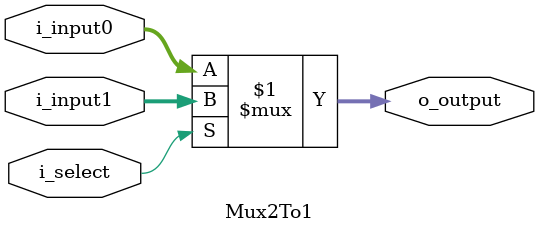
<source format=sv>

module Mux2To1
#(
    parameter WIDTH = 32)
(
    input  logic             i_select,

    input  logic [WIDTH-1:0] i_input0,
    input  logic [WIDTH-1:0] i_input1,

    output logic [WIDTH-1:0] o_output);

    assign o_output = i_select ? i_input1 : i_input0;

endmodule

</source>
